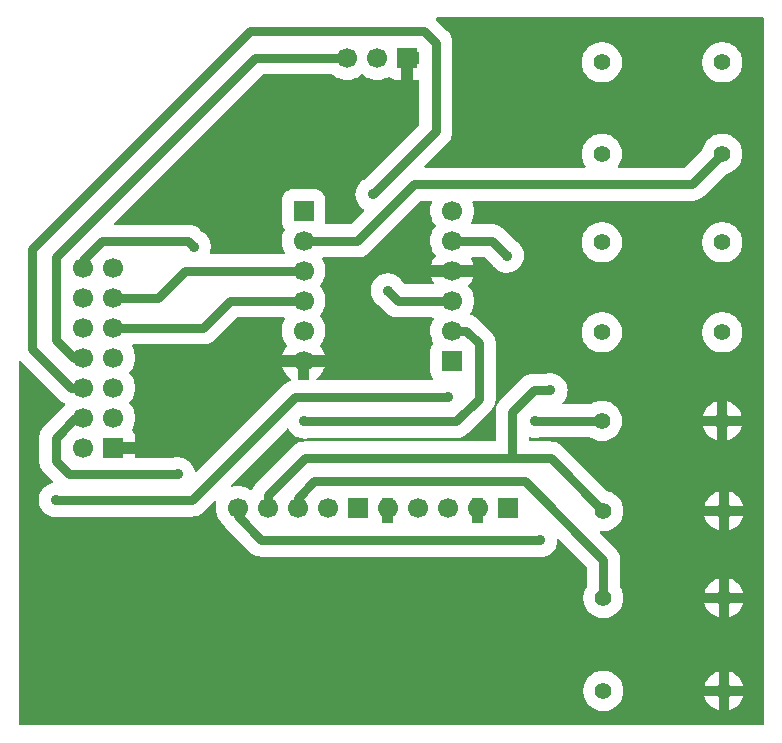
<source format=gtl>
G04 Layer: TopLayer*
G04 EasyEDA v6.5.50, 2025-06-12 20:37:31*
G04 aa330ac2ebf7422699210df74fc2b7c5,bdb9141ddcec4d9e81ce16864cc1dc0d,10*
G04 Gerber Generator version 0.2*
G04 Scale: 100 percent, Rotated: No, Reflected: No *
G04 Dimensions in millimeters *
G04 leading zeros omitted , absolute positions ,4 integer and 5 decimal *
%FSLAX45Y45*%
%MOMM*%

%ADD10C,0.8000*%
%ADD11R,1.7000X1.7000*%
%ADD12C,1.7000*%
%ADD13C,1.4000*%
%ADD14C,0.9000*%
%ADD15C,0.0112*%

%LPD*%
G36*
X1652879Y-2031187D02*
G01*
X1648968Y-2030425D01*
X1645666Y-2028189D01*
X1643481Y-2024888D01*
X1642719Y-2020976D01*
X1643532Y-2017064D01*
X1644497Y-2014728D01*
X1649222Y-1998776D01*
X1652016Y-1982419D01*
X1652981Y-1965858D01*
X1652016Y-1949246D01*
X1649222Y-1932889D01*
X1644497Y-1916938D01*
X1638046Y-1901647D01*
X1629867Y-1887169D01*
X1620113Y-1873757D01*
X1608886Y-1861515D01*
X1596339Y-1850593D01*
X1579372Y-1839010D01*
X1562303Y-1821942D01*
X1550314Y-1811223D01*
X1537462Y-1802130D01*
X1523695Y-1794510D01*
X1509115Y-1788464D01*
X1493977Y-1784096D01*
X1478483Y-1781454D01*
X1462430Y-1780590D01*
X840689Y-1780590D01*
X836777Y-1779778D01*
X833475Y-1777593D01*
X831291Y-1774291D01*
X830529Y-1770430D01*
X831291Y-1766519D01*
X833475Y-1763217D01*
X2084933Y-511759D01*
X2088235Y-509574D01*
X2092147Y-508812D01*
X2682189Y-508812D01*
X2685745Y-509422D01*
X2688793Y-511251D01*
X2693162Y-514959D01*
X2708605Y-525729D01*
X2725013Y-534822D01*
X2742285Y-542239D01*
X2760218Y-547878D01*
X2778607Y-551637D01*
X2797302Y-553567D01*
X2816098Y-553567D01*
X2834792Y-551637D01*
X2853182Y-547878D01*
X2871114Y-542239D01*
X2888386Y-534822D01*
X2904794Y-525729D01*
X2920238Y-514959D01*
X2927096Y-509117D01*
X2930194Y-507288D01*
X2933700Y-506679D01*
X2937205Y-507288D01*
X2940304Y-509117D01*
X2947162Y-514959D01*
X2962605Y-525729D01*
X2979013Y-534822D01*
X2996285Y-542239D01*
X3014218Y-547878D01*
X3032607Y-551637D01*
X3051302Y-553567D01*
X3070098Y-553567D01*
X3088792Y-551637D01*
X3107182Y-547878D01*
X3125114Y-542239D01*
X3142386Y-534822D01*
X3153410Y-528726D01*
X3157372Y-527507D01*
X3161436Y-527913D01*
X3165043Y-529945D01*
X3168548Y-533044D01*
X3179470Y-540308D01*
X3191256Y-546150D01*
X3203702Y-550367D01*
X3216605Y-552907D01*
X3230016Y-553821D01*
X3265830Y-553821D01*
X3265830Y-417169D01*
X3252470Y-417169D01*
X3248202Y-416204D01*
X3244748Y-413613D01*
X3242716Y-409803D01*
X3242411Y-405434D01*
X3245256Y-387045D01*
X3246170Y-368300D01*
X3245256Y-349554D01*
X3242411Y-331165D01*
X3242716Y-326796D01*
X3244748Y-322986D01*
X3248202Y-320395D01*
X3252470Y-319430D01*
X3265830Y-319430D01*
X3265830Y-293776D01*
X3266643Y-289864D01*
X3268827Y-286562D01*
X3272129Y-284378D01*
X3275990Y-283616D01*
X3353409Y-283616D01*
X3357270Y-284378D01*
X3360572Y-286562D01*
X3362756Y-289864D01*
X3363569Y-293776D01*
X3363569Y-319430D01*
X3405784Y-319430D01*
X3409696Y-320243D01*
X3412998Y-322427D01*
X3415182Y-325729D01*
X3415944Y-329590D01*
X3415944Y-407009D01*
X3415182Y-410870D01*
X3412998Y-414172D01*
X3409696Y-416356D01*
X3405784Y-417169D01*
X3363569Y-417169D01*
X3363569Y-553821D01*
X3399383Y-553821D01*
X3405124Y-553415D01*
X3409187Y-554024D01*
X3412744Y-556158D01*
X3415131Y-559511D01*
X3415944Y-563575D01*
X3415944Y-928065D01*
X3415182Y-931976D01*
X3412998Y-935228D01*
X2949803Y-1398422D01*
X2947873Y-1399946D01*
X2940050Y-1404620D01*
X2926892Y-1414780D01*
X2915005Y-1426362D01*
X2904490Y-1439214D01*
X2895498Y-1453184D01*
X2888183Y-1468120D01*
X2882595Y-1483766D01*
X2878836Y-1499920D01*
X2876956Y-1516430D01*
X2876956Y-1533042D01*
X2878836Y-1549552D01*
X2882595Y-1565706D01*
X2888183Y-1581353D01*
X2895498Y-1596288D01*
X2904490Y-1610258D01*
X2915005Y-1623110D01*
X2926892Y-1634693D01*
X2940050Y-1644853D01*
X2944622Y-1647596D01*
X2947365Y-1650034D01*
X2949092Y-1653235D01*
X2949549Y-1656892D01*
X2948635Y-1660448D01*
X2946552Y-1663496D01*
X2835808Y-1774240D01*
X2832557Y-1776425D01*
X2828645Y-1777187D01*
X2632354Y-1777187D01*
X2627985Y-1776222D01*
X2624480Y-1773478D01*
X2622499Y-1769516D01*
X2622397Y-1765046D01*
X2623007Y-1761794D01*
X2623921Y-1748383D01*
X2623921Y-1579016D01*
X2623007Y-1565605D01*
X2620467Y-1552702D01*
X2616250Y-1540256D01*
X2610408Y-1528470D01*
X2603144Y-1517548D01*
X2594457Y-1507642D01*
X2584551Y-1498955D01*
X2573629Y-1491691D01*
X2561844Y-1485849D01*
X2549398Y-1481632D01*
X2536494Y-1479092D01*
X2523083Y-1478178D01*
X2353716Y-1478178D01*
X2340305Y-1479092D01*
X2327402Y-1481632D01*
X2314956Y-1485849D01*
X2303170Y-1491691D01*
X2292248Y-1498955D01*
X2282342Y-1507642D01*
X2273655Y-1517548D01*
X2266391Y-1528470D01*
X2260549Y-1540256D01*
X2256332Y-1552702D01*
X2253792Y-1565605D01*
X2252878Y-1579016D01*
X2252878Y-1748383D01*
X2253792Y-1761794D01*
X2256332Y-1774698D01*
X2260549Y-1787143D01*
X2266391Y-1798929D01*
X2273655Y-1809851D01*
X2276754Y-1813356D01*
X2278786Y-1816963D01*
X2279192Y-1821027D01*
X2277973Y-1824989D01*
X2271877Y-1836013D01*
X2264460Y-1853285D01*
X2258822Y-1871218D01*
X2255062Y-1889607D01*
X2253132Y-1908302D01*
X2253132Y-1927098D01*
X2255062Y-1945792D01*
X2258822Y-1964182D01*
X2264460Y-1982114D01*
X2271877Y-1999386D01*
X2281123Y-2016099D01*
X2282393Y-2020112D01*
X2281885Y-2024278D01*
X2279751Y-2027885D01*
X2276348Y-2030323D01*
X2272233Y-2031187D01*
G37*

%LPD*%
G36*
X3110890Y-4309516D02*
G01*
X3107029Y-4308703D01*
X3103727Y-4306519D01*
X3101543Y-4303217D01*
X3100730Y-4299356D01*
X3100730Y-4227169D01*
X3091281Y-4227169D01*
X3087370Y-4226356D01*
X3084068Y-4224172D01*
X3081883Y-4220870D01*
X3081121Y-4217009D01*
X3081121Y-4139590D01*
X3081883Y-4135729D01*
X3084068Y-4132427D01*
X3087370Y-4130243D01*
X3091281Y-4129430D01*
X3100730Y-4129430D01*
X3100730Y-4103217D01*
X3101543Y-4099306D01*
X3103727Y-4096004D01*
X3107029Y-4093819D01*
X3110890Y-4093057D01*
X3188309Y-4093057D01*
X3192170Y-4093819D01*
X3195472Y-4096004D01*
X3197656Y-4099306D01*
X3198469Y-4103217D01*
X3198469Y-4129430D01*
X3211830Y-4129430D01*
X3216097Y-4130395D01*
X3219551Y-4132986D01*
X3221583Y-4136796D01*
X3221888Y-4141165D01*
X3219043Y-4159554D01*
X3218129Y-4178300D01*
X3219043Y-4197045D01*
X3221888Y-4215434D01*
X3221583Y-4219803D01*
X3219551Y-4223613D01*
X3216097Y-4226204D01*
X3211830Y-4227169D01*
X3198469Y-4227169D01*
X3198469Y-4299356D01*
X3197656Y-4303217D01*
X3195472Y-4306519D01*
X3192170Y-4308703D01*
X3188309Y-4309516D01*
G37*

%LPD*%
G36*
X3872890Y-4309516D02*
G01*
X3869029Y-4308703D01*
X3865727Y-4306519D01*
X3863543Y-4303217D01*
X3862730Y-4299356D01*
X3862730Y-4227169D01*
X3849370Y-4227169D01*
X3845102Y-4226204D01*
X3841648Y-4223613D01*
X3839616Y-4219803D01*
X3839311Y-4215434D01*
X3842156Y-4197045D01*
X3843070Y-4178300D01*
X3842156Y-4159554D01*
X3839311Y-4141165D01*
X3839616Y-4136796D01*
X3841648Y-4132986D01*
X3845102Y-4130395D01*
X3849370Y-4129430D01*
X3862730Y-4129430D01*
X3862730Y-4103217D01*
X3863543Y-4099306D01*
X3865727Y-4096004D01*
X3869029Y-4093819D01*
X3872890Y-4093057D01*
X3950309Y-4093057D01*
X3954170Y-4093819D01*
X3957472Y-4096004D01*
X3959656Y-4099306D01*
X3960469Y-4103217D01*
X3960469Y-4129430D01*
X3969918Y-4129430D01*
X3973829Y-4130243D01*
X3977132Y-4132427D01*
X3979316Y-4135729D01*
X3980078Y-4139590D01*
X3980078Y-4217009D01*
X3979316Y-4220870D01*
X3977132Y-4224172D01*
X3973829Y-4226356D01*
X3969918Y-4227169D01*
X3960469Y-4227169D01*
X3960469Y-4299356D01*
X3959656Y-4303217D01*
X3957472Y-4306519D01*
X3954170Y-4308703D01*
X3950309Y-4309516D01*
G37*

%LPD*%
G36*
X36068Y-6019292D02*
G01*
X32156Y-6018530D01*
X28905Y-6016294D01*
X26670Y-6013043D01*
X25908Y-6009132D01*
X25908Y-2940253D01*
X26720Y-2936290D01*
X29006Y-2932938D01*
X32410Y-2930753D01*
X36372Y-2930093D01*
X40284Y-2931007D01*
X43535Y-2933395D01*
X371652Y-3261461D01*
X383590Y-3272129D01*
X396443Y-3281273D01*
X410260Y-3288893D01*
X415086Y-3290874D01*
X418439Y-3293160D01*
X420674Y-3296615D01*
X421335Y-3300628D01*
X420420Y-3304590D01*
X417982Y-3307842D01*
X407568Y-3317138D01*
X241604Y-3483101D01*
X230936Y-3495040D01*
X221792Y-3507892D01*
X214172Y-3521710D01*
X208178Y-3536238D01*
X203809Y-3551377D01*
X201168Y-3566922D01*
X200253Y-3582924D01*
X200253Y-3781755D01*
X201168Y-3797757D01*
X203809Y-3813301D01*
X208178Y-3828440D01*
X214172Y-3842969D01*
X221792Y-3856786D01*
X230936Y-3869639D01*
X241604Y-3881577D01*
X312724Y-3952697D01*
X315061Y-3956354D01*
X315671Y-3960672D01*
X314401Y-3964787D01*
X311505Y-3968089D01*
X307543Y-3969816D01*
X304546Y-3970426D01*
X288747Y-3975557D01*
X273608Y-3982465D01*
X259384Y-3991051D01*
X246227Y-4001211D01*
X234340Y-4012742D01*
X223824Y-4025646D01*
X214833Y-4039615D01*
X207517Y-4054500D01*
X201930Y-4070146D01*
X198170Y-4086351D01*
X196291Y-4102811D01*
X196291Y-4119473D01*
X198170Y-4135932D01*
X201930Y-4152137D01*
X207517Y-4167784D01*
X214833Y-4182668D01*
X223824Y-4196638D01*
X234340Y-4209542D01*
X246227Y-4221073D01*
X259384Y-4231233D01*
X273608Y-4239818D01*
X288747Y-4246727D01*
X304546Y-4251858D01*
X320802Y-4255160D01*
X337362Y-4256582D01*
X353974Y-4256125D01*
X370433Y-4253738D01*
X377088Y-4251960D01*
X379679Y-4251655D01*
X1494129Y-4251655D01*
X1510131Y-4250740D01*
X1525676Y-4248099D01*
X1540814Y-4243730D01*
X1555343Y-4237736D01*
X1569161Y-4230116D01*
X1582013Y-4220972D01*
X1593951Y-4210304D01*
X1683613Y-4120642D01*
X1687322Y-4118254D01*
X1691690Y-4117695D01*
X1695856Y-4119016D01*
X1699107Y-4121962D01*
X1700784Y-4125976D01*
X1700631Y-4130344D01*
X1697888Y-4140962D01*
X1695043Y-4159554D01*
X1694129Y-4178300D01*
X1695043Y-4197045D01*
X1697888Y-4215638D01*
X1702612Y-4233824D01*
X1709115Y-4251452D01*
X1717395Y-4268317D01*
X1727352Y-4284268D01*
X1738833Y-4299102D01*
X1751787Y-4312767D01*
X1754936Y-4315460D01*
X1757222Y-4318254D01*
X1760626Y-4324400D01*
X1769770Y-4337253D01*
X1780438Y-4349242D01*
X1980387Y-4549140D01*
X1992325Y-4559858D01*
X2005177Y-4568952D01*
X2018995Y-4576572D01*
X2033524Y-4582617D01*
X2048662Y-4586986D01*
X2064207Y-4589627D01*
X2080209Y-4590491D01*
X4402277Y-4590491D01*
X4404309Y-4590694D01*
X4420616Y-4593996D01*
X4437176Y-4595418D01*
X4453788Y-4594961D01*
X4470196Y-4592574D01*
X4486300Y-4588357D01*
X4501743Y-4582363D01*
X4516424Y-4574590D01*
X4530140Y-4565243D01*
X4542739Y-4554321D01*
X4553966Y-4542078D01*
X4563719Y-4528667D01*
X4571898Y-4514189D01*
X4578350Y-4498898D01*
X4583023Y-4482947D01*
X4585868Y-4466590D01*
X4586833Y-4449622D01*
X4587798Y-4445863D01*
X4590084Y-4442714D01*
X4593336Y-4440682D01*
X4597146Y-4440021D01*
X4600956Y-4440834D01*
X4604156Y-4443018D01*
X4832908Y-4671771D01*
X4835093Y-4675022D01*
X4835906Y-4678934D01*
X4835906Y-4841087D01*
X4835448Y-4843983D01*
X4834229Y-4846624D01*
X4828794Y-4855057D01*
X4820666Y-4870958D01*
X4814265Y-4887620D01*
X4809642Y-4904841D01*
X4806848Y-4922469D01*
X4805934Y-4940300D01*
X4806848Y-4958130D01*
X4809642Y-4975758D01*
X4814265Y-4992979D01*
X4820666Y-5009642D01*
X4828794Y-5025542D01*
X4838496Y-5040528D01*
X4849723Y-5054396D01*
X4862322Y-5066995D01*
X4876190Y-5078222D01*
X4891176Y-5087975D01*
X4907076Y-5096052D01*
X4923739Y-5102453D01*
X4940960Y-5107076D01*
X4958588Y-5109870D01*
X4976418Y-5110784D01*
X4994249Y-5109870D01*
X5011877Y-5107076D01*
X5029098Y-5102453D01*
X5045760Y-5096052D01*
X5061661Y-5087975D01*
X5076647Y-5078222D01*
X5090515Y-5066995D01*
X5103114Y-5054396D01*
X5114340Y-5040528D01*
X5124094Y-5025542D01*
X5132171Y-5009642D01*
X5138572Y-4992979D01*
X5143195Y-4975758D01*
X5145989Y-4958130D01*
X5146903Y-4940300D01*
X5145989Y-4922469D01*
X5143195Y-4904841D01*
X5138572Y-4887620D01*
X5132171Y-4870958D01*
X5124094Y-4855057D01*
X5118557Y-4846523D01*
X5117338Y-4843881D01*
X5116880Y-4840986D01*
X5116880Y-4616805D01*
X5116017Y-4600803D01*
X5113375Y-4585258D01*
X5109006Y-4570120D01*
X5102961Y-4555591D01*
X5095341Y-4541774D01*
X5086248Y-4528921D01*
X5075529Y-4516983D01*
X4948885Y-4390339D01*
X4946599Y-4386783D01*
X4945938Y-4382617D01*
X4947056Y-4378553D01*
X4949698Y-4375251D01*
X4953457Y-4373321D01*
X4958588Y-4373270D01*
X4976418Y-4374184D01*
X4994249Y-4373270D01*
X5011877Y-4370476D01*
X5029098Y-4365853D01*
X5045760Y-4359452D01*
X5061661Y-4351375D01*
X5076647Y-4341622D01*
X5090515Y-4330395D01*
X5103114Y-4317796D01*
X5114340Y-4303928D01*
X5124094Y-4288942D01*
X5132171Y-4273042D01*
X5138572Y-4256379D01*
X5143195Y-4239158D01*
X5145989Y-4221530D01*
X5146903Y-4203700D01*
X5145989Y-4185869D01*
X5143195Y-4168241D01*
X5138572Y-4151020D01*
X5132171Y-4134358D01*
X5124094Y-4118457D01*
X5114340Y-4103471D01*
X5103114Y-4089603D01*
X5090515Y-4077004D01*
X5076647Y-4065778D01*
X5061661Y-4056024D01*
X5045760Y-4047947D01*
X5029098Y-4041546D01*
X5007914Y-4035806D01*
X5005324Y-4033926D01*
X4628692Y-3657295D01*
X4616704Y-3646576D01*
X4603851Y-3637483D01*
X4590084Y-3629863D01*
X4575505Y-3623818D01*
X4560366Y-3619449D01*
X4544872Y-3616807D01*
X4528820Y-3615944D01*
X4354931Y-3615944D01*
X4351020Y-3615131D01*
X4347718Y-3612946D01*
X4345533Y-3609644D01*
X4344771Y-3605784D01*
X4344771Y-3591356D01*
X4345482Y-3587597D01*
X4347514Y-3584397D01*
X4350613Y-3582162D01*
X4354271Y-3581196D01*
X4358081Y-3581704D01*
X4360316Y-3582415D01*
X4376572Y-3585718D01*
X4393133Y-3587140D01*
X4409744Y-3586683D01*
X4426204Y-3584295D01*
X4432858Y-3582517D01*
X4435449Y-3582212D01*
X4864455Y-3582212D01*
X4867351Y-3582619D01*
X4869992Y-3583838D01*
X4878476Y-3589375D01*
X4894376Y-3597452D01*
X4911039Y-3603853D01*
X4928260Y-3608476D01*
X4945888Y-3611270D01*
X4963718Y-3612184D01*
X4981549Y-3611270D01*
X4999177Y-3608476D01*
X5016398Y-3603853D01*
X5033060Y-3597452D01*
X5048961Y-3589375D01*
X5063947Y-3579622D01*
X5077815Y-3568395D01*
X5090414Y-3555796D01*
X5101640Y-3541928D01*
X5111394Y-3526942D01*
X5119471Y-3511042D01*
X5125872Y-3494379D01*
X5130495Y-3477158D01*
X5133289Y-3459530D01*
X5134203Y-3441700D01*
X5133289Y-3423869D01*
X5130495Y-3406241D01*
X5125872Y-3389020D01*
X5119471Y-3372358D01*
X5111394Y-3356457D01*
X5101640Y-3341471D01*
X5090414Y-3327603D01*
X5077815Y-3315004D01*
X5063947Y-3303778D01*
X5048961Y-3294024D01*
X5033060Y-3285947D01*
X5016398Y-3279546D01*
X4999177Y-3274923D01*
X4981549Y-3272129D01*
X4963718Y-3271215D01*
X4945888Y-3272129D01*
X4928260Y-3274923D01*
X4911039Y-3279546D01*
X4894376Y-3285947D01*
X4878476Y-3294024D01*
X4869992Y-3299561D01*
X4867351Y-3300780D01*
X4864455Y-3301187D01*
X4640275Y-3301187D01*
X4636414Y-3300425D01*
X4633163Y-3298342D01*
X4630978Y-3295142D01*
X4630115Y-3291332D01*
X4630724Y-3287471D01*
X4632756Y-3284169D01*
X4640224Y-3276041D01*
X4649978Y-3262629D01*
X4658156Y-3248152D01*
X4664608Y-3232861D01*
X4669282Y-3216910D01*
X4672126Y-3200552D01*
X4673092Y-3183991D01*
X4672126Y-3167380D01*
X4669282Y-3151022D01*
X4664608Y-3135071D01*
X4658156Y-3119780D01*
X4649978Y-3105302D01*
X4640224Y-3091891D01*
X4628997Y-3079648D01*
X4616399Y-3068726D01*
X4602683Y-3059379D01*
X4588002Y-3051606D01*
X4572558Y-3045612D01*
X4556455Y-3041396D01*
X4540046Y-3039008D01*
X4523435Y-3038551D01*
X4506874Y-3039973D01*
X4490567Y-3043275D01*
X4488535Y-3043478D01*
X4386376Y-3043478D01*
X4370374Y-3044342D01*
X4354830Y-3046984D01*
X4339691Y-3051352D01*
X4325162Y-3057398D01*
X4311345Y-3065018D01*
X4298492Y-3074111D01*
X4286554Y-3084830D01*
X4105097Y-3266236D01*
X4094429Y-3278225D01*
X4085285Y-3291078D01*
X4077665Y-3304844D01*
X4071670Y-3319424D01*
X4067301Y-3334562D01*
X4064660Y-3350056D01*
X4063746Y-3366109D01*
X4063746Y-3605784D01*
X4062984Y-3609644D01*
X4060799Y-3612946D01*
X4057497Y-3615131D01*
X4053586Y-3615944D01*
X2447544Y-3615944D01*
X2431542Y-3616807D01*
X2415997Y-3619449D01*
X2400858Y-3623818D01*
X2386330Y-3629863D01*
X2372512Y-3637483D01*
X2359660Y-3646576D01*
X2347722Y-3657295D01*
X2034438Y-3970528D01*
X2023770Y-3982516D01*
X2014626Y-3995369D01*
X2007006Y-4009136D01*
X2001520Y-4022445D01*
X1998929Y-4026103D01*
X1994966Y-4028287D01*
X1990496Y-4028541D01*
X1986330Y-4026865D01*
X1977694Y-4020870D01*
X1961286Y-4011777D01*
X1944014Y-4004360D01*
X1926082Y-3998722D01*
X1907692Y-3994962D01*
X1888998Y-3993032D01*
X1870202Y-3993032D01*
X1851507Y-3994962D01*
X1833118Y-3998722D01*
X1827987Y-3999331D01*
X1823770Y-3997706D01*
X1820672Y-3994505D01*
X1819249Y-3990289D01*
X1819808Y-3985818D01*
X1822196Y-3982059D01*
X2296617Y-3507638D01*
X2299766Y-3505504D01*
X2303526Y-3504692D01*
X2307336Y-3505301D01*
X2310587Y-3507282D01*
X2312924Y-3510330D01*
X2316835Y-3518357D01*
X2325827Y-3532327D01*
X2336342Y-3545179D01*
X2348230Y-3556762D01*
X2361387Y-3566922D01*
X2375611Y-3575507D01*
X2390749Y-3582365D01*
X2406548Y-3587496D01*
X2422804Y-3590798D01*
X2439365Y-3592220D01*
X2455976Y-3591763D01*
X2472436Y-3589375D01*
X2479090Y-3587648D01*
X2481681Y-3587292D01*
X3729278Y-3587292D01*
X3745331Y-3586429D01*
X3760825Y-3583787D01*
X3775964Y-3579418D01*
X3790543Y-3573373D01*
X3804310Y-3565753D01*
X3817162Y-3556660D01*
X3829151Y-3545941D01*
X4023004Y-3352088D01*
X4033672Y-3340150D01*
X4042816Y-3327298D01*
X4050436Y-3313480D01*
X4056430Y-3298951D01*
X4060799Y-3283813D01*
X4063441Y-3268268D01*
X4064355Y-3252266D01*
X4064355Y-2786532D01*
X4063441Y-2770530D01*
X4060799Y-2754985D01*
X4056430Y-2739847D01*
X4050436Y-2725318D01*
X4042816Y-2711500D01*
X4033672Y-2698648D01*
X4023004Y-2686710D01*
X3916832Y-2580538D01*
X3904894Y-2569870D01*
X3892042Y-2560726D01*
X3878224Y-2553106D01*
X3863695Y-2547112D01*
X3855008Y-2544572D01*
X3851605Y-2542844D01*
X3849065Y-2540000D01*
X3847795Y-2536342D01*
X3847947Y-2532532D01*
X3849471Y-2529027D01*
X3853129Y-2523794D01*
X3862222Y-2507386D01*
X3869639Y-2490114D01*
X3875278Y-2472182D01*
X3879037Y-2453792D01*
X3880967Y-2435098D01*
X3880967Y-2416302D01*
X3879037Y-2397607D01*
X3875278Y-2379218D01*
X3869639Y-2361285D01*
X3862222Y-2344013D01*
X3853129Y-2327605D01*
X3842359Y-2312162D01*
X3836517Y-2305304D01*
X3834688Y-2302205D01*
X3834079Y-2298700D01*
X3834688Y-2295194D01*
X3836517Y-2292096D01*
X3842359Y-2285238D01*
X3853129Y-2269794D01*
X3862222Y-2253386D01*
X3869639Y-2236114D01*
X3874515Y-2220569D01*
X3744569Y-2220569D01*
X3744569Y-2233930D01*
X3743604Y-2238197D01*
X3741013Y-2241651D01*
X3737203Y-2243683D01*
X3732834Y-2243988D01*
X3714445Y-2241143D01*
X3695700Y-2240229D01*
X3676954Y-2241143D01*
X3658565Y-2243988D01*
X3654196Y-2243683D01*
X3650386Y-2241651D01*
X3647795Y-2238197D01*
X3646830Y-2233930D01*
X3646830Y-2220569D01*
X3516884Y-2220569D01*
X3521760Y-2236114D01*
X3529177Y-2253386D01*
X3538423Y-2270099D01*
X3539693Y-2274112D01*
X3539185Y-2278278D01*
X3537051Y-2281885D01*
X3533648Y-2284323D01*
X3529533Y-2285187D01*
X3300171Y-2285187D01*
X3296259Y-2284425D01*
X3293008Y-2282240D01*
X3277057Y-2266289D01*
X3275380Y-2264105D01*
X3273044Y-2259939D01*
X3263290Y-2246477D01*
X3252063Y-2234234D01*
X3239465Y-2223363D01*
X3225749Y-2213965D01*
X3211068Y-2206244D01*
X3195624Y-2200198D01*
X3179521Y-2195982D01*
X3163112Y-2193594D01*
X3146501Y-2193137D01*
X3129940Y-2194560D01*
X3113633Y-2197862D01*
X3097834Y-2202992D01*
X3082747Y-2209901D01*
X3068523Y-2218486D01*
X3055366Y-2228646D01*
X3043428Y-2240178D01*
X3032912Y-2253081D01*
X3023971Y-2267051D01*
X3016605Y-2281936D01*
X3011017Y-2297582D01*
X3007258Y-2313787D01*
X3005378Y-2330246D01*
X3005378Y-2346909D01*
X3007258Y-2363368D01*
X3011017Y-2379573D01*
X3016605Y-2395220D01*
X3023971Y-2410104D01*
X3032912Y-2424074D01*
X3043428Y-2436977D01*
X3055366Y-2448509D01*
X3068523Y-2458669D01*
X3076295Y-2463393D01*
X3078226Y-2464917D01*
X3138220Y-2524861D01*
X3150158Y-2535529D01*
X3163011Y-2544673D01*
X3176828Y-2552293D01*
X3191357Y-2558288D01*
X3206496Y-2562656D01*
X3222040Y-2565298D01*
X3238042Y-2566212D01*
X3529533Y-2566212D01*
X3533648Y-2567076D01*
X3537051Y-2569514D01*
X3539185Y-2573121D01*
X3539693Y-2577287D01*
X3538423Y-2581300D01*
X3529177Y-2598013D01*
X3521760Y-2615285D01*
X3516122Y-2633218D01*
X3512362Y-2651607D01*
X3510432Y-2670302D01*
X3510432Y-2689098D01*
X3512362Y-2707792D01*
X3516122Y-2726182D01*
X3521760Y-2744114D01*
X3529177Y-2761386D01*
X3535273Y-2772410D01*
X3536492Y-2776372D01*
X3536086Y-2780436D01*
X3534054Y-2784043D01*
X3530955Y-2787548D01*
X3523691Y-2798470D01*
X3517849Y-2810256D01*
X3513632Y-2822702D01*
X3511092Y-2835605D01*
X3510178Y-2849016D01*
X3510178Y-3018383D01*
X3511092Y-3031794D01*
X3513632Y-3044698D01*
X3517849Y-3057144D01*
X3523691Y-3068929D01*
X3530955Y-3079851D01*
X3533648Y-3082899D01*
X3535578Y-3086252D01*
X3536137Y-3090062D01*
X3535273Y-3093821D01*
X3533038Y-3096971D01*
X3529787Y-3099054D01*
X3526028Y-3099765D01*
X2556256Y-3099765D01*
X2552141Y-3098901D01*
X2548737Y-3096463D01*
X2546604Y-3092907D01*
X2546096Y-3088741D01*
X2547315Y-3084779D01*
X2550007Y-3081578D01*
X2559202Y-3074466D01*
X2572867Y-3061512D01*
X2585059Y-3047238D01*
X2595829Y-3031794D01*
X2604922Y-3015386D01*
X2612339Y-2998114D01*
X2617216Y-2982569D01*
X2487269Y-2982569D01*
X2487269Y-3089605D01*
X2486456Y-3093516D01*
X2484272Y-3096818D01*
X2480970Y-3099003D01*
X2477109Y-3099765D01*
X2399690Y-3099765D01*
X2395829Y-3099003D01*
X2392527Y-3096818D01*
X2390343Y-3093516D01*
X2389530Y-3089605D01*
X2389530Y-2982569D01*
X2259584Y-2982569D01*
X2264460Y-2998114D01*
X2271877Y-3015386D01*
X2280970Y-3031794D01*
X2291740Y-3047238D01*
X2303932Y-3061512D01*
X2317597Y-3074466D01*
X2332634Y-3086049D01*
X2335479Y-3088690D01*
X2337104Y-3092196D01*
X2337308Y-3096107D01*
X2336038Y-3099765D01*
X2333498Y-3102660D01*
X2330043Y-3104438D01*
X2318867Y-3107690D01*
X2304338Y-3113684D01*
X2290521Y-3121304D01*
X2277668Y-3130448D01*
X2265730Y-3141116D01*
X1533144Y-3873703D01*
X1529435Y-3876090D01*
X1525066Y-3876649D01*
X1520850Y-3875328D01*
X1517599Y-3872331D01*
X1515922Y-3868267D01*
X1514957Y-3862527D01*
X1510233Y-3846576D01*
X1503781Y-3831285D01*
X1495602Y-3816807D01*
X1485849Y-3803396D01*
X1474622Y-3791153D01*
X1462074Y-3780231D01*
X1448358Y-3770884D01*
X1433677Y-3763111D01*
X1418183Y-3757117D01*
X1402130Y-3752900D01*
X1385671Y-3750513D01*
X1369060Y-3750056D01*
X1352499Y-3751478D01*
X1336243Y-3754780D01*
X1334211Y-3754983D01*
X1021181Y-3754983D01*
X1017269Y-3754170D01*
X1013968Y-3751986D01*
X1011783Y-3748684D01*
X1011021Y-3744823D01*
X1011021Y-3719169D01*
X874369Y-3719169D01*
X874369Y-3744823D01*
X873556Y-3748684D01*
X871372Y-3751986D01*
X868070Y-3754170D01*
X864209Y-3754983D01*
X786790Y-3754983D01*
X782929Y-3754170D01*
X779627Y-3751986D01*
X777443Y-3748684D01*
X776630Y-3744823D01*
X776630Y-3719169D01*
X763066Y-3719169D01*
X758698Y-3718153D01*
X755192Y-3715410D01*
X753160Y-3711397D01*
X753110Y-3706926D01*
X754837Y-3698392D01*
X756767Y-3679698D01*
X756767Y-3660901D01*
X754837Y-3642207D01*
X753110Y-3633673D01*
X753160Y-3629202D01*
X755192Y-3625189D01*
X758698Y-3622446D01*
X763066Y-3621430D01*
X776630Y-3621430D01*
X776630Y-3608070D01*
X777595Y-3603802D01*
X780186Y-3600348D01*
X783996Y-3598316D01*
X788365Y-3598011D01*
X806754Y-3600856D01*
X825500Y-3601770D01*
X844245Y-3600856D01*
X862634Y-3598011D01*
X867003Y-3598316D01*
X870813Y-3600348D01*
X873404Y-3603802D01*
X874369Y-3608070D01*
X874369Y-3621430D01*
X1011021Y-3621430D01*
X1011021Y-3585616D01*
X1010107Y-3572205D01*
X1007567Y-3559301D01*
X1003350Y-3546856D01*
X997508Y-3535070D01*
X990244Y-3524148D01*
X987145Y-3520643D01*
X985113Y-3517036D01*
X984707Y-3512972D01*
X985926Y-3509010D01*
X992022Y-3497986D01*
X999439Y-3480714D01*
X1005078Y-3462782D01*
X1008837Y-3444392D01*
X1010767Y-3425698D01*
X1010767Y-3406901D01*
X1008837Y-3388207D01*
X1005078Y-3369818D01*
X999439Y-3351885D01*
X992022Y-3334613D01*
X982929Y-3318205D01*
X972159Y-3302762D01*
X966317Y-3295904D01*
X964488Y-3292805D01*
X963879Y-3289300D01*
X964488Y-3285794D01*
X966317Y-3282696D01*
X972159Y-3275838D01*
X982929Y-3260394D01*
X992022Y-3243986D01*
X999439Y-3226714D01*
X1005078Y-3208782D01*
X1008837Y-3190392D01*
X1010767Y-3171698D01*
X1010767Y-3152902D01*
X1008837Y-3134207D01*
X1005078Y-3115818D01*
X999439Y-3097885D01*
X992022Y-3080613D01*
X982929Y-3064205D01*
X972159Y-3048762D01*
X966317Y-3041904D01*
X964488Y-3038805D01*
X963879Y-3035300D01*
X964488Y-3031794D01*
X966317Y-3028696D01*
X972159Y-3021838D01*
X982929Y-3006394D01*
X992022Y-2989986D01*
X999439Y-2972714D01*
X1005078Y-2954782D01*
X1008837Y-2936392D01*
X1010767Y-2917698D01*
X1010767Y-2898902D01*
X1008837Y-2880207D01*
X1005078Y-2861818D01*
X999439Y-2843885D01*
X992022Y-2826613D01*
X982776Y-2809900D01*
X981506Y-2805887D01*
X982014Y-2801721D01*
X984148Y-2798114D01*
X987552Y-2795676D01*
X991666Y-2794812D01*
X1585112Y-2794812D01*
X1601165Y-2793898D01*
X1616659Y-2791256D01*
X1631797Y-2786888D01*
X1646377Y-2780893D01*
X1660143Y-2773273D01*
X1672996Y-2764129D01*
X1684985Y-2753461D01*
X1869236Y-2569159D01*
X1872538Y-2566974D01*
X1876450Y-2566212D01*
X2272233Y-2566212D01*
X2276348Y-2567076D01*
X2279751Y-2569514D01*
X2281885Y-2573121D01*
X2282393Y-2577287D01*
X2281123Y-2581300D01*
X2271877Y-2598013D01*
X2264460Y-2615285D01*
X2258822Y-2633218D01*
X2255062Y-2651607D01*
X2253132Y-2670302D01*
X2253132Y-2689098D01*
X2255062Y-2707792D01*
X2258822Y-2726182D01*
X2264460Y-2744114D01*
X2271877Y-2761386D01*
X2280970Y-2777794D01*
X2291740Y-2793238D01*
X2297582Y-2800096D01*
X2299411Y-2803194D01*
X2300020Y-2806700D01*
X2299411Y-2810205D01*
X2297582Y-2813304D01*
X2291740Y-2820162D01*
X2280970Y-2835605D01*
X2271877Y-2852013D01*
X2264460Y-2869285D01*
X2259584Y-2884830D01*
X2389530Y-2884830D01*
X2389530Y-2871470D01*
X2390495Y-2867202D01*
X2393086Y-2863748D01*
X2396896Y-2861716D01*
X2401265Y-2861411D01*
X2419654Y-2864256D01*
X2438400Y-2865170D01*
X2457145Y-2864256D01*
X2475534Y-2861411D01*
X2479903Y-2861716D01*
X2483713Y-2863748D01*
X2486304Y-2867202D01*
X2487269Y-2871470D01*
X2487269Y-2884830D01*
X2617216Y-2884830D01*
X2612339Y-2869285D01*
X2604922Y-2852013D01*
X2595829Y-2835605D01*
X2585059Y-2820162D01*
X2579217Y-2813304D01*
X2577388Y-2810205D01*
X2576779Y-2806700D01*
X2577388Y-2803194D01*
X2579217Y-2800096D01*
X2585059Y-2793238D01*
X2595829Y-2777794D01*
X2604922Y-2761386D01*
X2612339Y-2744114D01*
X2617978Y-2726182D01*
X2621737Y-2707792D01*
X2623667Y-2689098D01*
X2623667Y-2670302D01*
X2621737Y-2651607D01*
X2617978Y-2633218D01*
X2612339Y-2615285D01*
X2604922Y-2598013D01*
X2595829Y-2581605D01*
X2585059Y-2566162D01*
X2579217Y-2559304D01*
X2577388Y-2556205D01*
X2576779Y-2552700D01*
X2577388Y-2549194D01*
X2579217Y-2546096D01*
X2585059Y-2539238D01*
X2595829Y-2523794D01*
X2604922Y-2507386D01*
X2612339Y-2490114D01*
X2617978Y-2472182D01*
X2621737Y-2453792D01*
X2623667Y-2435098D01*
X2623667Y-2416302D01*
X2621737Y-2397607D01*
X2617978Y-2379218D01*
X2612339Y-2361285D01*
X2604922Y-2344013D01*
X2595829Y-2327605D01*
X2585059Y-2312162D01*
X2579217Y-2305304D01*
X2577388Y-2302205D01*
X2576779Y-2298700D01*
X2577388Y-2295194D01*
X2579217Y-2292096D01*
X2585059Y-2285238D01*
X2595829Y-2269794D01*
X2604922Y-2253386D01*
X2612339Y-2236114D01*
X2617978Y-2218182D01*
X2621737Y-2199792D01*
X2623667Y-2181098D01*
X2623667Y-2162302D01*
X2621737Y-2143607D01*
X2617978Y-2125218D01*
X2612339Y-2107285D01*
X2604922Y-2090013D01*
X2595676Y-2073300D01*
X2594406Y-2069287D01*
X2594914Y-2065121D01*
X2597048Y-2061514D01*
X2600452Y-2059076D01*
X2604566Y-2058212D01*
X2890774Y-2058212D01*
X2906776Y-2057298D01*
X2922320Y-2054656D01*
X2937459Y-2050288D01*
X2951988Y-2044293D01*
X2965805Y-2036673D01*
X2978658Y-2027529D01*
X2990596Y-2016861D01*
X3425494Y-1581962D01*
X3428746Y-1579778D01*
X3432657Y-1579016D01*
X3515055Y-1579016D01*
X3518966Y-1579778D01*
X3522268Y-1582013D01*
X3524453Y-1585366D01*
X3525215Y-1589278D01*
X3524351Y-1593189D01*
X3521760Y-1599285D01*
X3516122Y-1617218D01*
X3512362Y-1635607D01*
X3510432Y-1654302D01*
X3510432Y-1673098D01*
X3512362Y-1691792D01*
X3516122Y-1710182D01*
X3521760Y-1728114D01*
X3529177Y-1745386D01*
X3538270Y-1761794D01*
X3549040Y-1777238D01*
X3554882Y-1784096D01*
X3556711Y-1787194D01*
X3557320Y-1790700D01*
X3556711Y-1794205D01*
X3554882Y-1797304D01*
X3549040Y-1804162D01*
X3538270Y-1819605D01*
X3529177Y-1836013D01*
X3521760Y-1853285D01*
X3516122Y-1871218D01*
X3512362Y-1889607D01*
X3510432Y-1908302D01*
X3510432Y-1927098D01*
X3512362Y-1945792D01*
X3516122Y-1964182D01*
X3521760Y-1982114D01*
X3529177Y-1999386D01*
X3538270Y-2015794D01*
X3549040Y-2031238D01*
X3554882Y-2038096D01*
X3556711Y-2041194D01*
X3557320Y-2044700D01*
X3556711Y-2048205D01*
X3554882Y-2051304D01*
X3549040Y-2058162D01*
X3538270Y-2073605D01*
X3529177Y-2090013D01*
X3521760Y-2107285D01*
X3516884Y-2122830D01*
X3646830Y-2122830D01*
X3646830Y-2109470D01*
X3647795Y-2105202D01*
X3650386Y-2101748D01*
X3654196Y-2099716D01*
X3658565Y-2099411D01*
X3676954Y-2102256D01*
X3695700Y-2103170D01*
X3714445Y-2102256D01*
X3732834Y-2099411D01*
X3737203Y-2099716D01*
X3741013Y-2101748D01*
X3743604Y-2105202D01*
X3744569Y-2109470D01*
X3744569Y-2122830D01*
X3874515Y-2122830D01*
X3869639Y-2107285D01*
X3862222Y-2090013D01*
X3852976Y-2073300D01*
X3851706Y-2069287D01*
X3852214Y-2065121D01*
X3854348Y-2061514D01*
X3857751Y-2059076D01*
X3861866Y-2058212D01*
X3972458Y-2058212D01*
X3976370Y-2058974D01*
X3979621Y-2061159D01*
X4032351Y-2113889D01*
X4033723Y-2115566D01*
X4041241Y-2127300D01*
X4051757Y-2140153D01*
X4063644Y-2151735D01*
X4076801Y-2161895D01*
X4091025Y-2170480D01*
X4106164Y-2177338D01*
X4121962Y-2182469D01*
X4138218Y-2185771D01*
X4154779Y-2187194D01*
X4171391Y-2186736D01*
X4187850Y-2184349D01*
X4203903Y-2180132D01*
X4219397Y-2174138D01*
X4234078Y-2166366D01*
X4247794Y-2157018D01*
X4260342Y-2146096D01*
X4271568Y-2133854D01*
X4281322Y-2120442D01*
X4289501Y-2105964D01*
X4295952Y-2090674D01*
X4300677Y-2074722D01*
X4303471Y-2058365D01*
X4304436Y-2041804D01*
X4303471Y-2025192D01*
X4300677Y-2008835D01*
X4295952Y-1992884D01*
X4289501Y-1977593D01*
X4281322Y-1963115D01*
X4271568Y-1949704D01*
X4260342Y-1937461D01*
X4247794Y-1926539D01*
X4230827Y-1914956D01*
X4134408Y-1818538D01*
X4122470Y-1807870D01*
X4109618Y-1798726D01*
X4095800Y-1791106D01*
X4081272Y-1785112D01*
X4066133Y-1780743D01*
X4050588Y-1778101D01*
X4034586Y-1777187D01*
X3861866Y-1777187D01*
X3857751Y-1776323D01*
X3854348Y-1773885D01*
X3852214Y-1770278D01*
X3851706Y-1766112D01*
X3852976Y-1762099D01*
X3862222Y-1745386D01*
X3869639Y-1728114D01*
X3875278Y-1710182D01*
X3879037Y-1691792D01*
X3880967Y-1673098D01*
X3880967Y-1654302D01*
X3879037Y-1635607D01*
X3875278Y-1617218D01*
X3869639Y-1599285D01*
X3867048Y-1593189D01*
X3866184Y-1589278D01*
X3866946Y-1585366D01*
X3869131Y-1582013D01*
X3872433Y-1579778D01*
X3876344Y-1579016D01*
X5726023Y-1579016D01*
X5742025Y-1578102D01*
X5757570Y-1575460D01*
X5772708Y-1571091D01*
X5787237Y-1565097D01*
X5801055Y-1557477D01*
X5813907Y-1548333D01*
X5825845Y-1537665D01*
X6012637Y-1350873D01*
X6015228Y-1348994D01*
X6036360Y-1343253D01*
X6053023Y-1336852D01*
X6068923Y-1328775D01*
X6083909Y-1319022D01*
X6097778Y-1307795D01*
X6110376Y-1295196D01*
X6121603Y-1281328D01*
X6131306Y-1266342D01*
X6139434Y-1250442D01*
X6145834Y-1233779D01*
X6150457Y-1216558D01*
X6153251Y-1198930D01*
X6154166Y-1181100D01*
X6153251Y-1163269D01*
X6150457Y-1145641D01*
X6145834Y-1128420D01*
X6139434Y-1111758D01*
X6131306Y-1095857D01*
X6121603Y-1080871D01*
X6110376Y-1067003D01*
X6097778Y-1054404D01*
X6083909Y-1043178D01*
X6068923Y-1033424D01*
X6053023Y-1025347D01*
X6036360Y-1018946D01*
X6019139Y-1014323D01*
X6001512Y-1011529D01*
X5983681Y-1010615D01*
X5965850Y-1011529D01*
X5948222Y-1014323D01*
X5931001Y-1018946D01*
X5914339Y-1025347D01*
X5898438Y-1033424D01*
X5883452Y-1043178D01*
X5869584Y-1054404D01*
X5856986Y-1067003D01*
X5845759Y-1080871D01*
X5836005Y-1095857D01*
X5827928Y-1111758D01*
X5821527Y-1128420D01*
X5815787Y-1149604D01*
X5813907Y-1152194D01*
X5671058Y-1295044D01*
X5667806Y-1297228D01*
X5663895Y-1297990D01*
X5109464Y-1297990D01*
X5105704Y-1297279D01*
X5102504Y-1295247D01*
X5100269Y-1292199D01*
X5099304Y-1288542D01*
X5099761Y-1284782D01*
X5101640Y-1281328D01*
X5111394Y-1266342D01*
X5119471Y-1250442D01*
X5125872Y-1233779D01*
X5130495Y-1216558D01*
X5133289Y-1198930D01*
X5134203Y-1181100D01*
X5133289Y-1163269D01*
X5130495Y-1145641D01*
X5125872Y-1128420D01*
X5119471Y-1111758D01*
X5111394Y-1095857D01*
X5101640Y-1080871D01*
X5090414Y-1067003D01*
X5077815Y-1054404D01*
X5063947Y-1043178D01*
X5048961Y-1033424D01*
X5033060Y-1025347D01*
X5016398Y-1018946D01*
X4999177Y-1014323D01*
X4981549Y-1011529D01*
X4963718Y-1010615D01*
X4945888Y-1011529D01*
X4928260Y-1014323D01*
X4911039Y-1018946D01*
X4894376Y-1025347D01*
X4878476Y-1033424D01*
X4863490Y-1043178D01*
X4849622Y-1054404D01*
X4837023Y-1067003D01*
X4825796Y-1080871D01*
X4816094Y-1095857D01*
X4807966Y-1111758D01*
X4801565Y-1128420D01*
X4796942Y-1145641D01*
X4794148Y-1163269D01*
X4793234Y-1181100D01*
X4794148Y-1198930D01*
X4796942Y-1216558D01*
X4801565Y-1233779D01*
X4807966Y-1250442D01*
X4816094Y-1266342D01*
X4825898Y-1281430D01*
X4827676Y-1284782D01*
X4828133Y-1288542D01*
X4827168Y-1292199D01*
X4824933Y-1295247D01*
X4821732Y-1297279D01*
X4817973Y-1297990D01*
X3472179Y-1297990D01*
X3468268Y-1297228D01*
X3464966Y-1295044D01*
X3462782Y-1291742D01*
X3462020Y-1287830D01*
X3462782Y-1283970D01*
X3464966Y-1280668D01*
X3655618Y-1090015D01*
X3666286Y-1078077D01*
X3675430Y-1065225D01*
X3683050Y-1051407D01*
X3689045Y-1036878D01*
X3693414Y-1021740D01*
X3696055Y-1006195D01*
X3696970Y-990193D01*
X3696970Y-240741D01*
X3696055Y-224688D01*
X3693414Y-209194D01*
X3689045Y-194056D01*
X3683050Y-179476D01*
X3675430Y-165709D01*
X3666286Y-152857D01*
X3655618Y-140868D01*
X3558692Y-43942D01*
X3555898Y-40386D01*
X3554933Y-36423D01*
X3555593Y-32461D01*
X3557778Y-29006D01*
X3561130Y-26720D01*
X3565093Y-25908D01*
X6326632Y-25908D01*
X6330543Y-26670D01*
X6333794Y-28905D01*
X6336030Y-32156D01*
X6336792Y-36068D01*
X6336792Y-6009132D01*
X6336030Y-6013043D01*
X6333794Y-6016294D01*
X6330543Y-6018530D01*
X6326632Y-6019292D01*
G37*

%LPC*%
G36*
X4976418Y-5898184D02*
G01*
X4994249Y-5897270D01*
X5011877Y-5894476D01*
X5029098Y-5889853D01*
X5045760Y-5883452D01*
X5061661Y-5875375D01*
X5076647Y-5865622D01*
X5090515Y-5854395D01*
X5103114Y-5841796D01*
X5114340Y-5827928D01*
X5124094Y-5812942D01*
X5132171Y-5797042D01*
X5138572Y-5780379D01*
X5143195Y-5763158D01*
X5145989Y-5745530D01*
X5146903Y-5727700D01*
X5145989Y-5709869D01*
X5143195Y-5692241D01*
X5138572Y-5675020D01*
X5132171Y-5658358D01*
X5124094Y-5642457D01*
X5114340Y-5627471D01*
X5103114Y-5613603D01*
X5090515Y-5601004D01*
X5076647Y-5589778D01*
X5061661Y-5580024D01*
X5045760Y-5571947D01*
X5029098Y-5565546D01*
X5011877Y-5560923D01*
X4994249Y-5558129D01*
X4976418Y-5557215D01*
X4958588Y-5558129D01*
X4940960Y-5560923D01*
X4923739Y-5565546D01*
X4907076Y-5571947D01*
X4891176Y-5580024D01*
X4876190Y-5589778D01*
X4862322Y-5601004D01*
X4849723Y-5613603D01*
X4838496Y-5627471D01*
X4828794Y-5642457D01*
X4820666Y-5658358D01*
X4814265Y-5675020D01*
X4809642Y-5692241D01*
X4806848Y-5709869D01*
X4805934Y-5727700D01*
X4806848Y-5745530D01*
X4809642Y-5763158D01*
X4814265Y-5780379D01*
X4820666Y-5797042D01*
X4828794Y-5812942D01*
X4838496Y-5827928D01*
X4849723Y-5841796D01*
X4862322Y-5854395D01*
X4876190Y-5865622D01*
X4891176Y-5875375D01*
X4907076Y-5883452D01*
X4923739Y-5889853D01*
X4940960Y-5894476D01*
X4958588Y-5897270D01*
G37*
G36*
X5955030Y-5892901D02*
G01*
X5955030Y-5769051D01*
X5831179Y-5769051D01*
X5834227Y-5780379D01*
X5840628Y-5797042D01*
X5848705Y-5812942D01*
X5858459Y-5827928D01*
X5869686Y-5841796D01*
X5882284Y-5854395D01*
X5896152Y-5865622D01*
X5911138Y-5875375D01*
X5927039Y-5883452D01*
X5943701Y-5889853D01*
G37*
G36*
X6037732Y-5892901D02*
G01*
X6049060Y-5889853D01*
X6065723Y-5883452D01*
X6081623Y-5875375D01*
X6096609Y-5865622D01*
X6110478Y-5854395D01*
X6123076Y-5841796D01*
X6134303Y-5827928D01*
X6144006Y-5812942D01*
X6152134Y-5797042D01*
X6158534Y-5780379D01*
X6161582Y-5769051D01*
X6037732Y-5769051D01*
G37*
G36*
X5831179Y-5686348D02*
G01*
X5955030Y-5686348D01*
X5955030Y-5562498D01*
X5943701Y-5565546D01*
X5927039Y-5571947D01*
X5911138Y-5580024D01*
X5896152Y-5589778D01*
X5882284Y-5601004D01*
X5869686Y-5613603D01*
X5858459Y-5627471D01*
X5848705Y-5642457D01*
X5840628Y-5658358D01*
X5834227Y-5675020D01*
G37*
G36*
X6037732Y-5686348D02*
G01*
X6161582Y-5686348D01*
X6158534Y-5675020D01*
X6152134Y-5658358D01*
X6144006Y-5642457D01*
X6134303Y-5627471D01*
X6123076Y-5613603D01*
X6110478Y-5601004D01*
X6096609Y-5589778D01*
X6081623Y-5580024D01*
X6065723Y-5571947D01*
X6049060Y-5565546D01*
X6037732Y-5562498D01*
G37*
G36*
X6037732Y-5105501D02*
G01*
X6049060Y-5102453D01*
X6065723Y-5096052D01*
X6081623Y-5087975D01*
X6096609Y-5078222D01*
X6110478Y-5066995D01*
X6123076Y-5054396D01*
X6134303Y-5040528D01*
X6144006Y-5025542D01*
X6152134Y-5009642D01*
X6158534Y-4992979D01*
X6161582Y-4981651D01*
X6037732Y-4981651D01*
G37*
G36*
X5955030Y-5105501D02*
G01*
X5955030Y-4981651D01*
X5831179Y-4981651D01*
X5834227Y-4992979D01*
X5840628Y-5009642D01*
X5848705Y-5025542D01*
X5858459Y-5040528D01*
X5869686Y-5054396D01*
X5882284Y-5066995D01*
X5896152Y-5078222D01*
X5911138Y-5087975D01*
X5927039Y-5096052D01*
X5943701Y-5102453D01*
G37*
G36*
X6037732Y-4898948D02*
G01*
X6161582Y-4898948D01*
X6158534Y-4887620D01*
X6152134Y-4870958D01*
X6144006Y-4855057D01*
X6134303Y-4840071D01*
X6123076Y-4826203D01*
X6110478Y-4813604D01*
X6096609Y-4802378D01*
X6081623Y-4792624D01*
X6065723Y-4784547D01*
X6049060Y-4778146D01*
X6037732Y-4775098D01*
G37*
G36*
X5831179Y-4898948D02*
G01*
X5955030Y-4898948D01*
X5955030Y-4775098D01*
X5943701Y-4778146D01*
X5927039Y-4784547D01*
X5911138Y-4792624D01*
X5896152Y-4802378D01*
X5882284Y-4813604D01*
X5869686Y-4826203D01*
X5858459Y-4840071D01*
X5848705Y-4855057D01*
X5840628Y-4870958D01*
X5834227Y-4887620D01*
G37*
G36*
X6037732Y-4368901D02*
G01*
X6049060Y-4365853D01*
X6065723Y-4359452D01*
X6081623Y-4351375D01*
X6096609Y-4341622D01*
X6110478Y-4330395D01*
X6123076Y-4317796D01*
X6134303Y-4303928D01*
X6144006Y-4288942D01*
X6152134Y-4273042D01*
X6158534Y-4256379D01*
X6161582Y-4245051D01*
X6037732Y-4245051D01*
G37*
G36*
X5955030Y-4368901D02*
G01*
X5955030Y-4245051D01*
X5831179Y-4245051D01*
X5834227Y-4256379D01*
X5840628Y-4273042D01*
X5848705Y-4288942D01*
X5858459Y-4303928D01*
X5869686Y-4317796D01*
X5882284Y-4330395D01*
X5896152Y-4341622D01*
X5911138Y-4351375D01*
X5927039Y-4359452D01*
X5943701Y-4365853D01*
G37*
G36*
X6037732Y-4162348D02*
G01*
X6161582Y-4162348D01*
X6158534Y-4151020D01*
X6152134Y-4134358D01*
X6144006Y-4118457D01*
X6134303Y-4103471D01*
X6123076Y-4089603D01*
X6110478Y-4077004D01*
X6096609Y-4065778D01*
X6081623Y-4056024D01*
X6065723Y-4047947D01*
X6049060Y-4041546D01*
X6037732Y-4038498D01*
G37*
G36*
X5831179Y-4162348D02*
G01*
X5955030Y-4162348D01*
X5955030Y-4038498D01*
X5943701Y-4041546D01*
X5927039Y-4047947D01*
X5911138Y-4056024D01*
X5896152Y-4065778D01*
X5882284Y-4077004D01*
X5869686Y-4089603D01*
X5858459Y-4103471D01*
X5848705Y-4118457D01*
X5840628Y-4134358D01*
X5834227Y-4151020D01*
G37*
G36*
X5942330Y-3606901D02*
G01*
X5942330Y-3483051D01*
X5818479Y-3483051D01*
X5821527Y-3494379D01*
X5827928Y-3511042D01*
X5836005Y-3526942D01*
X5845759Y-3541928D01*
X5856986Y-3555796D01*
X5869584Y-3568395D01*
X5883452Y-3579622D01*
X5898438Y-3589375D01*
X5914339Y-3597452D01*
X5931001Y-3603853D01*
G37*
G36*
X6025032Y-3606901D02*
G01*
X6036360Y-3603853D01*
X6053023Y-3597452D01*
X6068923Y-3589375D01*
X6083909Y-3579622D01*
X6097778Y-3568395D01*
X6110376Y-3555796D01*
X6121603Y-3541928D01*
X6131306Y-3526942D01*
X6139434Y-3511042D01*
X6145834Y-3494379D01*
X6148882Y-3483051D01*
X6025032Y-3483051D01*
G37*
G36*
X5818479Y-3400348D02*
G01*
X5942330Y-3400348D01*
X5942330Y-3276498D01*
X5931001Y-3279546D01*
X5914339Y-3285947D01*
X5898438Y-3294024D01*
X5883452Y-3303778D01*
X5869584Y-3315004D01*
X5856986Y-3327603D01*
X5845759Y-3341471D01*
X5836005Y-3356457D01*
X5827928Y-3372358D01*
X5821527Y-3389020D01*
G37*
G36*
X6025032Y-3400348D02*
G01*
X6148882Y-3400348D01*
X6145834Y-3389020D01*
X6139434Y-3372358D01*
X6131306Y-3356457D01*
X6121603Y-3341471D01*
X6110376Y-3327603D01*
X6097778Y-3315004D01*
X6083909Y-3303778D01*
X6068923Y-3294024D01*
X6053023Y-3285947D01*
X6036360Y-3279546D01*
X6025032Y-3276498D01*
G37*
G36*
X4963718Y-2862884D02*
G01*
X4981549Y-2861970D01*
X4999177Y-2859176D01*
X5016398Y-2854553D01*
X5033060Y-2848152D01*
X5048961Y-2840075D01*
X5063947Y-2830322D01*
X5077815Y-2819095D01*
X5090414Y-2806496D01*
X5101640Y-2792628D01*
X5111394Y-2777642D01*
X5119471Y-2761742D01*
X5125872Y-2745079D01*
X5130495Y-2727858D01*
X5133289Y-2710230D01*
X5134203Y-2692400D01*
X5133289Y-2674569D01*
X5130495Y-2656941D01*
X5125872Y-2639720D01*
X5119471Y-2623058D01*
X5111394Y-2607157D01*
X5101640Y-2592171D01*
X5090414Y-2578303D01*
X5077815Y-2565704D01*
X5063947Y-2554478D01*
X5048961Y-2544724D01*
X5033060Y-2536647D01*
X5016398Y-2530246D01*
X4999177Y-2525623D01*
X4981549Y-2522829D01*
X4963718Y-2521915D01*
X4945888Y-2522829D01*
X4928260Y-2525623D01*
X4911039Y-2530246D01*
X4894376Y-2536647D01*
X4878476Y-2544724D01*
X4863490Y-2554478D01*
X4849622Y-2565704D01*
X4837023Y-2578303D01*
X4825796Y-2592171D01*
X4816094Y-2607157D01*
X4807966Y-2623058D01*
X4801565Y-2639720D01*
X4796942Y-2656941D01*
X4794148Y-2674569D01*
X4793234Y-2692400D01*
X4794148Y-2710230D01*
X4796942Y-2727858D01*
X4801565Y-2745079D01*
X4807966Y-2761742D01*
X4816094Y-2777642D01*
X4825796Y-2792628D01*
X4837023Y-2806496D01*
X4849622Y-2819095D01*
X4863490Y-2830322D01*
X4878476Y-2840075D01*
X4894376Y-2848152D01*
X4911039Y-2854553D01*
X4928260Y-2859176D01*
X4945888Y-2861970D01*
G37*
G36*
X5983681Y-2862884D02*
G01*
X6001512Y-2861970D01*
X6019139Y-2859176D01*
X6036360Y-2854553D01*
X6053023Y-2848152D01*
X6068923Y-2840075D01*
X6083909Y-2830322D01*
X6097778Y-2819095D01*
X6110376Y-2806496D01*
X6121603Y-2792628D01*
X6131306Y-2777642D01*
X6139434Y-2761742D01*
X6145834Y-2745079D01*
X6150457Y-2727858D01*
X6153251Y-2710230D01*
X6154166Y-2692400D01*
X6153251Y-2674569D01*
X6150457Y-2656941D01*
X6145834Y-2639720D01*
X6139434Y-2623058D01*
X6131306Y-2607157D01*
X6121603Y-2592171D01*
X6110376Y-2578303D01*
X6097778Y-2565704D01*
X6083909Y-2554478D01*
X6068923Y-2544724D01*
X6053023Y-2536647D01*
X6036360Y-2530246D01*
X6019139Y-2525623D01*
X6001512Y-2522829D01*
X5983681Y-2521915D01*
X5965850Y-2522829D01*
X5948222Y-2525623D01*
X5931001Y-2530246D01*
X5914339Y-2536647D01*
X5898438Y-2544724D01*
X5883452Y-2554478D01*
X5869584Y-2565704D01*
X5856986Y-2578303D01*
X5845759Y-2592171D01*
X5836005Y-2607157D01*
X5827928Y-2623058D01*
X5821527Y-2639720D01*
X5816904Y-2656941D01*
X5814110Y-2674569D01*
X5813196Y-2692400D01*
X5814110Y-2710230D01*
X5816904Y-2727858D01*
X5821527Y-2745079D01*
X5827928Y-2761742D01*
X5836005Y-2777642D01*
X5845759Y-2792628D01*
X5856986Y-2806496D01*
X5869584Y-2819095D01*
X5883452Y-2830322D01*
X5898438Y-2840075D01*
X5914339Y-2848152D01*
X5931001Y-2854553D01*
X5948222Y-2859176D01*
X5965850Y-2861970D01*
G37*
G36*
X5983681Y-2100884D02*
G01*
X6001512Y-2099970D01*
X6019139Y-2097176D01*
X6036360Y-2092553D01*
X6053023Y-2086152D01*
X6068923Y-2078075D01*
X6083909Y-2068322D01*
X6097778Y-2057095D01*
X6110376Y-2044496D01*
X6121603Y-2030628D01*
X6131306Y-2015642D01*
X6139434Y-1999742D01*
X6145834Y-1983079D01*
X6150457Y-1965858D01*
X6153251Y-1948230D01*
X6154166Y-1930400D01*
X6153251Y-1912569D01*
X6150457Y-1894941D01*
X6145834Y-1877720D01*
X6139434Y-1861057D01*
X6131306Y-1845157D01*
X6121603Y-1830171D01*
X6110376Y-1816303D01*
X6097778Y-1803704D01*
X6083909Y-1792478D01*
X6068923Y-1782724D01*
X6053023Y-1774647D01*
X6036360Y-1768246D01*
X6019139Y-1763623D01*
X6001512Y-1760829D01*
X5983681Y-1759915D01*
X5965850Y-1760829D01*
X5948222Y-1763623D01*
X5931001Y-1768246D01*
X5914339Y-1774647D01*
X5898438Y-1782724D01*
X5883452Y-1792478D01*
X5869584Y-1803704D01*
X5856986Y-1816303D01*
X5845759Y-1830171D01*
X5836005Y-1845157D01*
X5827928Y-1861057D01*
X5821527Y-1877720D01*
X5816904Y-1894941D01*
X5814110Y-1912569D01*
X5813196Y-1930400D01*
X5814110Y-1948230D01*
X5816904Y-1965858D01*
X5821527Y-1983079D01*
X5827928Y-1999742D01*
X5836005Y-2015642D01*
X5845759Y-2030628D01*
X5856986Y-2044496D01*
X5869584Y-2057095D01*
X5883452Y-2068322D01*
X5898438Y-2078075D01*
X5914339Y-2086152D01*
X5931001Y-2092553D01*
X5948222Y-2097176D01*
X5965850Y-2099970D01*
G37*
G36*
X4963718Y-2100884D02*
G01*
X4981549Y-2099970D01*
X4999177Y-2097176D01*
X5016398Y-2092553D01*
X5033060Y-2086152D01*
X5048961Y-2078075D01*
X5063947Y-2068322D01*
X5077815Y-2057095D01*
X5090414Y-2044496D01*
X5101640Y-2030628D01*
X5111394Y-2015642D01*
X5119471Y-1999742D01*
X5125872Y-1983079D01*
X5130495Y-1965858D01*
X5133289Y-1948230D01*
X5134203Y-1930400D01*
X5133289Y-1912569D01*
X5130495Y-1894941D01*
X5125872Y-1877720D01*
X5119471Y-1861057D01*
X5111394Y-1845157D01*
X5101640Y-1830171D01*
X5090414Y-1816303D01*
X5077815Y-1803704D01*
X5063947Y-1792478D01*
X5048961Y-1782724D01*
X5033060Y-1774647D01*
X5016398Y-1768246D01*
X4999177Y-1763623D01*
X4981549Y-1760829D01*
X4963718Y-1759915D01*
X4945888Y-1760829D01*
X4928260Y-1763623D01*
X4911039Y-1768246D01*
X4894376Y-1774647D01*
X4878476Y-1782724D01*
X4863490Y-1792478D01*
X4849622Y-1803704D01*
X4837023Y-1816303D01*
X4825796Y-1830171D01*
X4816094Y-1845157D01*
X4807966Y-1861057D01*
X4801565Y-1877720D01*
X4796942Y-1894941D01*
X4794148Y-1912569D01*
X4793234Y-1930400D01*
X4794148Y-1948230D01*
X4796942Y-1965858D01*
X4801565Y-1983079D01*
X4807966Y-1999742D01*
X4816094Y-2015642D01*
X4825796Y-2030628D01*
X4837023Y-2044496D01*
X4849622Y-2057095D01*
X4863490Y-2068322D01*
X4878476Y-2078075D01*
X4894376Y-2086152D01*
X4911039Y-2092553D01*
X4928260Y-2097176D01*
X4945888Y-2099970D01*
G37*
G36*
X5983681Y-576884D02*
G01*
X6001512Y-575970D01*
X6019139Y-573176D01*
X6036360Y-568553D01*
X6053023Y-562152D01*
X6068923Y-554075D01*
X6083909Y-544322D01*
X6097778Y-533095D01*
X6110376Y-520496D01*
X6121603Y-506628D01*
X6131306Y-491642D01*
X6139434Y-475742D01*
X6145834Y-459079D01*
X6150457Y-441858D01*
X6153251Y-424230D01*
X6154166Y-406400D01*
X6153251Y-388569D01*
X6150457Y-370941D01*
X6145834Y-353720D01*
X6139434Y-337058D01*
X6131306Y-321157D01*
X6121603Y-306171D01*
X6110376Y-292303D01*
X6097778Y-279704D01*
X6083909Y-268478D01*
X6068923Y-258724D01*
X6053023Y-250647D01*
X6036360Y-244246D01*
X6019139Y-239623D01*
X6001512Y-236829D01*
X5983681Y-235915D01*
X5965850Y-236829D01*
X5948222Y-239623D01*
X5931001Y-244246D01*
X5914339Y-250647D01*
X5898438Y-258724D01*
X5883452Y-268478D01*
X5869584Y-279704D01*
X5856986Y-292303D01*
X5845759Y-306171D01*
X5836005Y-321157D01*
X5827928Y-337058D01*
X5821527Y-353720D01*
X5816904Y-370941D01*
X5814110Y-388569D01*
X5813196Y-406400D01*
X5814110Y-424230D01*
X5816904Y-441858D01*
X5821527Y-459079D01*
X5827928Y-475742D01*
X5836005Y-491642D01*
X5845759Y-506628D01*
X5856986Y-520496D01*
X5869584Y-533095D01*
X5883452Y-544322D01*
X5898438Y-554075D01*
X5914339Y-562152D01*
X5931001Y-568553D01*
X5948222Y-573176D01*
X5965850Y-575970D01*
G37*
G36*
X4963718Y-576884D02*
G01*
X4981549Y-575970D01*
X4999177Y-573176D01*
X5016398Y-568553D01*
X5033060Y-562152D01*
X5048961Y-554075D01*
X5063947Y-544322D01*
X5077815Y-533095D01*
X5090414Y-520496D01*
X5101640Y-506628D01*
X5111394Y-491642D01*
X5119471Y-475742D01*
X5125872Y-459079D01*
X5130495Y-441858D01*
X5133289Y-424230D01*
X5134203Y-406400D01*
X5133289Y-388569D01*
X5130495Y-370941D01*
X5125872Y-353720D01*
X5119471Y-337058D01*
X5111394Y-321157D01*
X5101640Y-306171D01*
X5090414Y-292303D01*
X5077815Y-279704D01*
X5063947Y-268478D01*
X5048961Y-258724D01*
X5033060Y-250647D01*
X5016398Y-244246D01*
X4999177Y-239623D01*
X4981549Y-236829D01*
X4963718Y-235915D01*
X4945888Y-236829D01*
X4928260Y-239623D01*
X4911039Y-244246D01*
X4894376Y-250647D01*
X4878476Y-258724D01*
X4863490Y-268478D01*
X4849622Y-279704D01*
X4837023Y-292303D01*
X4825796Y-306171D01*
X4816094Y-321157D01*
X4807966Y-337058D01*
X4801565Y-353720D01*
X4796942Y-370941D01*
X4794148Y-388569D01*
X4793234Y-406400D01*
X4794148Y-424230D01*
X4796942Y-441858D01*
X4801565Y-459079D01*
X4807966Y-475742D01*
X4816094Y-491642D01*
X4825796Y-506628D01*
X4837023Y-520496D01*
X4849622Y-533095D01*
X4863490Y-544322D01*
X4878476Y-554075D01*
X4894376Y-562152D01*
X4911039Y-568553D01*
X4928260Y-573176D01*
X4945888Y-575970D01*
G37*

%LPD*%
D10*
X1507489Y-1965832D02*
G01*
X1462735Y-1921078D01*
X731773Y-1921078D01*
X571500Y-2081352D01*
X571500Y-2146300D01*
X2438400Y-2171700D02*
G01*
X1433372Y-2171700D01*
X1204772Y-2400300D01*
X825500Y-2400300D01*
X3695700Y-2679700D02*
G01*
X3817289Y-2679700D01*
X3923842Y-2786253D01*
X3923842Y-3252546D01*
X3729583Y-3446805D01*
X2443530Y-3446805D01*
X571500Y-3416300D02*
G01*
X507111Y-3416300D01*
X340766Y-3582644D01*
X340766Y-3782034D01*
X454202Y-3895470D01*
X1373225Y-3895470D01*
X2438400Y-2425700D02*
G01*
X1814017Y-2425700D01*
X1585417Y-2654300D01*
X825500Y-2654300D01*
X571500Y-3162300D02*
G01*
X471195Y-3162300D01*
X142722Y-2833827D01*
X142722Y-1982444D01*
X1982063Y-143103D01*
X3459124Y-143103D01*
X3556457Y-240436D01*
X3556457Y-990472D01*
X3022193Y-1524736D01*
X3150641Y-2338578D02*
G01*
X3237763Y-2425700D01*
X3695700Y-2425700D01*
X3657600Y-3240278D02*
G01*
X2365273Y-3240278D01*
X1494409Y-4111142D01*
X341528Y-4111142D01*
X4204258Y-3756431D02*
G01*
X4529124Y-3756431D01*
X4976393Y-4203700D01*
X4204258Y-3756431D02*
G01*
X4204258Y-3365804D01*
X4386097Y-3183966D01*
X4527575Y-3183966D01*
X2133600Y-4178300D02*
G01*
X2133600Y-4070095D01*
X2447264Y-3756431D01*
X4204258Y-3756431D01*
X2387600Y-4178300D02*
G01*
X2387600Y-4093413D01*
X2528468Y-3952544D01*
X4312411Y-3952544D01*
X4976393Y-4616526D01*
X4976393Y-4940300D01*
X5983706Y-3441700D02*
G01*
X5297043Y-3441700D01*
X4027043Y-2171700D01*
X3695700Y-2171700D01*
X2438400Y-2933700D02*
G01*
X2065934Y-2933700D01*
X1329334Y-3670300D01*
X825500Y-3670300D01*
X3695700Y-1917700D02*
G01*
X4034866Y-1917700D01*
X4158945Y-2041779D01*
X571500Y-2908300D02*
G01*
X491896Y-2908300D01*
X343001Y-2759405D01*
X343001Y-2055012D01*
X2029713Y-368300D01*
X2806700Y-368300D01*
X4397298Y-3441700D02*
G01*
X4963693Y-3441700D01*
X1879600Y-4178300D02*
G01*
X1879600Y-4249673D01*
X2079929Y-4450003D01*
X4441316Y-4450003D01*
X2438400Y-1917700D02*
G01*
X2891053Y-1917700D01*
X3370249Y-1438503D01*
X5726302Y-1438503D01*
X5983706Y-1181100D01*
D11*
G01*
X2438400Y-1663700D03*
D12*
G01*
X2438400Y-1917700D03*
G01*
X2438400Y-2171700D03*
G01*
X2438400Y-2425700D03*
G01*
X2438400Y-2679700D03*
G01*
X2438400Y-2933700D03*
D11*
G01*
X3695700Y-2933700D03*
D12*
G01*
X3695700Y-2679700D03*
G01*
X3695700Y-2425700D03*
G01*
X3695700Y-2171700D03*
G01*
X3695700Y-1917700D03*
G01*
X3695700Y-1663700D03*
D13*
G01*
X4963693Y-406400D03*
G01*
X5983706Y-406400D03*
G01*
X4963693Y-1181100D03*
G01*
X5983706Y-1181100D03*
G01*
X4963693Y-1930400D03*
G01*
X5983706Y-1930400D03*
G01*
X4963693Y-2692400D03*
G01*
X5983706Y-2692400D03*
G01*
X4963693Y-3441700D03*
G01*
X5983706Y-3441700D03*
G01*
X4976393Y-4203700D03*
G01*
X5996406Y-4203700D03*
G01*
X4976393Y-4940300D03*
G01*
X5996406Y-4940300D03*
G01*
X4976393Y-5727700D03*
G01*
X5996406Y-5727700D03*
D11*
G01*
X3314700Y-368300D03*
D12*
G01*
X3060700Y-368300D03*
G01*
X2806700Y-368300D03*
D11*
G01*
X825500Y-3670300D03*
D12*
G01*
X571500Y-3670300D03*
G01*
X825500Y-3416300D03*
G01*
X571500Y-3416300D03*
G01*
X825500Y-3162300D03*
G01*
X571500Y-3162300D03*
G01*
X825500Y-2908300D03*
G01*
X571500Y-2908300D03*
G01*
X825500Y-2654300D03*
G01*
X571500Y-2654300D03*
G01*
X825500Y-2400300D03*
G01*
X571500Y-2400300D03*
G01*
X825500Y-2146300D03*
G01*
X571500Y-2146300D03*
D11*
G01*
X4165600Y-4178300D03*
D12*
G01*
X3911600Y-4178300D03*
G01*
X3657600Y-4178300D03*
G01*
X3403600Y-4178300D03*
G01*
X3149600Y-4178300D03*
D11*
G01*
X2895600Y-4178300D03*
D12*
G01*
X2641600Y-4178300D03*
G01*
X2387600Y-4178300D03*
G01*
X2133600Y-4178300D03*
G01*
X1879600Y-4178300D03*
D14*
G01*
X4441316Y-4450003D03*
G01*
X4397298Y-3441700D03*
G01*
X4158945Y-2041779D03*
G01*
X4527575Y-3183966D03*
G01*
X341528Y-4111142D03*
G01*
X3657600Y-3240278D03*
G01*
X3150641Y-2338578D03*
G01*
X3022193Y-1524736D03*
G01*
X2443530Y-3446805D03*
G01*
X1373225Y-3895470D03*
G01*
X1507489Y-1965832D03*
M02*

</source>
